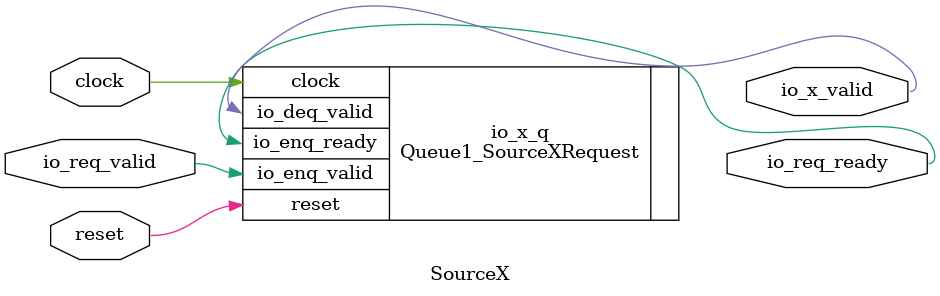
<source format=sv>
module SourceX(	// @[generators/rocket-chip-inclusive-cache/design/craft/inclusivecache/src/SourceX.scala:29:7]
  input  clock,	// @[generators/rocket-chip-inclusive-cache/design/craft/inclusivecache/src/SourceX.scala:29:7]
  input  reset,	// @[generators/rocket-chip-inclusive-cache/design/craft/inclusivecache/src/SourceX.scala:29:7]
  output io_req_ready,	// @[generators/rocket-chip-inclusive-cache/design/craft/inclusivecache/src/SourceX.scala:31:14]
  input  io_req_valid,	// @[generators/rocket-chip-inclusive-cache/design/craft/inclusivecache/src/SourceX.scala:31:14]
  output io_x_valid	// @[generators/rocket-chip-inclusive-cache/design/craft/inclusivecache/src/SourceX.scala:31:14]
);

  Queue1_SourceXRequest io_x_q (	// @[src/main/scala/chisel3/util/Decoupled.scala:362:21]
    .clock        (clock),
    .reset        (reset),
    .io_enq_ready (io_req_ready),
    .io_enq_valid (io_req_valid),
    .io_deq_valid (io_x_valid)
  );	// @[src/main/scala/chisel3/util/Decoupled.scala:362:21]
endmodule


</source>
